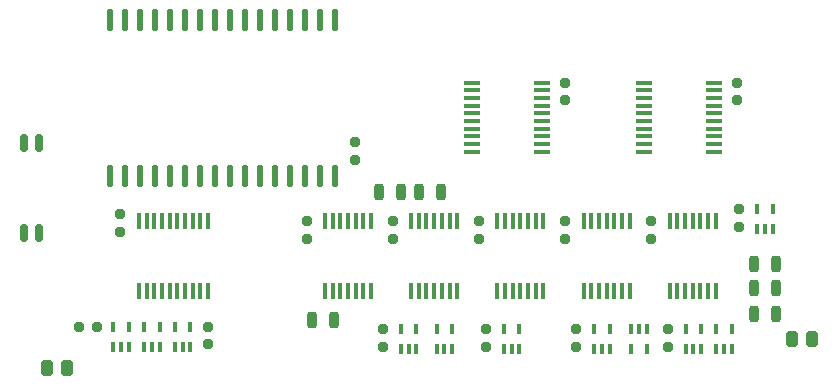
<source format=gtp>
G04 #@! TF.GenerationSoftware,KiCad,Pcbnew,7.0.1-0*
G04 #@! TF.CreationDate,2024-01-06T07:24:35-05:00*
G04 #@! TF.ProjectId,RAM128,52414d31-3238-42e6-9b69-6361645f7063,1.2*
G04 #@! TF.SameCoordinates,Original*
G04 #@! TF.FileFunction,Paste,Top*
G04 #@! TF.FilePolarity,Positive*
%FSLAX46Y46*%
G04 Gerber Fmt 4.6, Leading zero omitted, Abs format (unit mm)*
G04 Created by KiCad (PCBNEW 7.0.1-0) date 2024-01-06 07:24:35*
%MOMM*%
%LPD*%
G01*
G04 APERTURE LIST*
G04 Aperture macros list*
%AMRoundRect*
0 Rectangle with rounded corners*
0 $1 Rounding radius*
0 $2 $3 $4 $5 $6 $7 $8 $9 X,Y pos of 4 corners*
0 Add a 4 corners polygon primitive as box body*
4,1,4,$2,$3,$4,$5,$6,$7,$8,$9,$2,$3,0*
0 Add four circle primitives for the rounded corners*
1,1,$1+$1,$2,$3*
1,1,$1+$1,$4,$5*
1,1,$1+$1,$6,$7*
1,1,$1+$1,$8,$9*
0 Add four rect primitives between the rounded corners*
20,1,$1+$1,$2,$3,$4,$5,0*
20,1,$1+$1,$4,$5,$6,$7,0*
20,1,$1+$1,$6,$7,$8,$9,0*
20,1,$1+$1,$8,$9,$2,$3,0*%
G04 Aperture macros list end*
%ADD10RoundRect,0.237500X0.262500X0.437500X-0.262500X0.437500X-0.262500X-0.437500X0.262500X-0.437500X0*%
%ADD11RoundRect,0.172500X-0.262500X0.212500X-0.262500X-0.212500X0.262500X-0.212500X0.262500X0.212500X0*%
%ADD12RoundRect,0.187500X0.212500X0.487500X-0.212500X0.487500X-0.212500X-0.487500X0.212500X-0.487500X0*%
%ADD13RoundRect,0.060000X-0.100000X0.400000X-0.100000X-0.400000X0.100000X-0.400000X0.100000X0.400000X0*%
%ADD14RoundRect,0.072500X-0.612500X-0.112500X0.612500X-0.112500X0.612500X0.112500X-0.612500X0.112500X0*%
%ADD15RoundRect,0.060000X0.100000X-0.400000X0.100000X0.400000X-0.100000X0.400000X-0.100000X-0.400000X0*%
%ADD16RoundRect,0.172500X0.212500X0.262500X-0.212500X0.262500X-0.212500X-0.262500X0.212500X-0.262500X0*%
%ADD17RoundRect,0.072500X0.112500X-0.612500X0.112500X0.612500X-0.112500X0.612500X-0.112500X-0.612500X0*%
%ADD18RoundRect,0.125000X-0.150000X0.802500X-0.150000X-0.802500X0.150000X-0.802500X0.150000X0.802500X0*%
%ADD19RoundRect,0.187500X-0.212500X-0.487500X0.212500X-0.487500X0.212500X0.487500X-0.212500X0.487500X0*%
%ADD20RoundRect,0.165000X0.190000X-0.572000X0.190000X0.572000X-0.190000X0.572000X-0.190000X-0.572000X0*%
%ADD21RoundRect,0.172500X0.262500X-0.212500X0.262500X0.212500X-0.262500X0.212500X-0.262500X-0.212500X0*%
G04 APERTURE END LIST*
D10*
X137160000Y-127889000D03*
X135460000Y-127889000D03*
D11*
X109600000Y-127000000D03*
X109600000Y-128500000D03*
D12*
X134150000Y-123500000D03*
X132250000Y-123500000D03*
D13*
X123200000Y-127000000D03*
X122550000Y-127000000D03*
X121900000Y-127000000D03*
X121900000Y-128700000D03*
X123200000Y-128700000D03*
D14*
X123000000Y-106150000D03*
X123000000Y-106800000D03*
X123000000Y-107450000D03*
X123000000Y-108100000D03*
X123000000Y-108750000D03*
X123000000Y-109400000D03*
X123000000Y-110050000D03*
X123000000Y-110700000D03*
X123000000Y-111350000D03*
X123000000Y-112000000D03*
X128900000Y-112000000D03*
X128900000Y-111350000D03*
X128900000Y-110700000D03*
X128900000Y-110050000D03*
X128900000Y-109400000D03*
X128900000Y-108750000D03*
X128900000Y-108100000D03*
X128900000Y-107450000D03*
X128900000Y-106800000D03*
X128900000Y-106150000D03*
D15*
X126500000Y-128700000D03*
X127150000Y-128700000D03*
X127800000Y-128700000D03*
X127800000Y-127000000D03*
X126500000Y-127000000D03*
X78050000Y-128500000D03*
X78700000Y-128500000D03*
X79350000Y-128500000D03*
X79350000Y-126800000D03*
X78050000Y-126800000D03*
D11*
X117250000Y-127000000D03*
X117250000Y-128500000D03*
D15*
X111100000Y-128700000D03*
X111750000Y-128700000D03*
X112400000Y-128700000D03*
X112400000Y-127000000D03*
X111100000Y-127000000D03*
X118750000Y-128700000D03*
X119400000Y-128700000D03*
X120050000Y-128700000D03*
X120050000Y-127000000D03*
X118750000Y-127000000D03*
D16*
X76650000Y-126800000D03*
X75150000Y-126800000D03*
D15*
X129100000Y-128700000D03*
X129750000Y-128700000D03*
X130400000Y-128700000D03*
X130400000Y-127000000D03*
X129100000Y-127000000D03*
D17*
X95950000Y-123800000D03*
X96600000Y-123800000D03*
X97250000Y-123800000D03*
X97900000Y-123800000D03*
X98550000Y-123800000D03*
X99200000Y-123800000D03*
X99850000Y-123800000D03*
X99850000Y-117900000D03*
X99200000Y-117900000D03*
X98550000Y-117900000D03*
X97900000Y-117900000D03*
X97250000Y-117900000D03*
X96600000Y-117900000D03*
X95950000Y-117900000D03*
X125150000Y-123800000D03*
X125800000Y-123800000D03*
X126450000Y-123800000D03*
X127100000Y-123800000D03*
X127750000Y-123800000D03*
X128400000Y-123800000D03*
X129050000Y-123800000D03*
X129050000Y-117900000D03*
X128400000Y-117900000D03*
X127750000Y-117900000D03*
X127100000Y-117900000D03*
X126450000Y-117900000D03*
X125800000Y-117900000D03*
X125150000Y-117900000D03*
D11*
X116300000Y-117900000D03*
X116300000Y-119400000D03*
D17*
X117850000Y-123800000D03*
X118500000Y-123800000D03*
X119150000Y-123800000D03*
X119800000Y-123800000D03*
X120450000Y-123800000D03*
X121100000Y-123800000D03*
X121750000Y-123800000D03*
X121750000Y-117900000D03*
X121100000Y-117900000D03*
X120450000Y-117900000D03*
X119800000Y-117900000D03*
X119150000Y-117900000D03*
X118500000Y-117900000D03*
X117850000Y-117900000D03*
D11*
X94400000Y-117900000D03*
X94400000Y-119400000D03*
D17*
X110550000Y-123800000D03*
X111200000Y-123800000D03*
X111850000Y-123800000D03*
X112500000Y-123800000D03*
X113150000Y-123800000D03*
X113800000Y-123800000D03*
X114450000Y-123800000D03*
X114450000Y-117900000D03*
X113800000Y-117900000D03*
X113150000Y-117900000D03*
X112500000Y-117900000D03*
X111850000Y-117900000D03*
X111200000Y-117900000D03*
X110550000Y-117900000D03*
D11*
X101700000Y-117900000D03*
X101700000Y-119400000D03*
D17*
X103250000Y-123800000D03*
X103900000Y-123800000D03*
X104550000Y-123800000D03*
X105200000Y-123800000D03*
X105850000Y-123800000D03*
X106500000Y-123800000D03*
X107150000Y-123800000D03*
X107150000Y-117900000D03*
X106500000Y-117900000D03*
X105850000Y-117900000D03*
X105200000Y-117900000D03*
X104550000Y-117900000D03*
X103900000Y-117900000D03*
X103250000Y-117900000D03*
D11*
X123600000Y-117900000D03*
X123600000Y-119400000D03*
X109000000Y-117900000D03*
X109000000Y-119400000D03*
X125000000Y-127000000D03*
X125000000Y-128500000D03*
D18*
X96774000Y-100838000D03*
X95504000Y-100838000D03*
X94234000Y-100838000D03*
X92964000Y-100838000D03*
X91694000Y-100838000D03*
X90424000Y-100838000D03*
X89154000Y-100838000D03*
X87884000Y-100838000D03*
X86614000Y-100838000D03*
X85344000Y-100838000D03*
X84074000Y-100838000D03*
X82804000Y-100838000D03*
X81534000Y-100838000D03*
X80264000Y-100838000D03*
X78994000Y-100838000D03*
X77724000Y-100838000D03*
X77724000Y-114046000D03*
X78994000Y-114046000D03*
X80264000Y-114046000D03*
X81534000Y-114046000D03*
X82804000Y-114046000D03*
X84074000Y-114046000D03*
X85344000Y-114046000D03*
X86614000Y-114046000D03*
X87884000Y-114046000D03*
X89154000Y-114046000D03*
X90424000Y-114046000D03*
X91694000Y-114046000D03*
X92964000Y-114046000D03*
X94234000Y-114046000D03*
X95504000Y-114046000D03*
X96774000Y-114046000D03*
D19*
X100500000Y-115450000D03*
X102400000Y-115450000D03*
D14*
X108400000Y-106150000D03*
X108400000Y-106800000D03*
X108400000Y-107450000D03*
X108400000Y-108100000D03*
X108400000Y-108750000D03*
X108400000Y-109400000D03*
X108400000Y-110050000D03*
X108400000Y-110700000D03*
X108400000Y-111350000D03*
X108400000Y-112000000D03*
X114300000Y-112000000D03*
X114300000Y-111350000D03*
X114300000Y-110700000D03*
X114300000Y-110050000D03*
X114300000Y-109400000D03*
X114300000Y-108750000D03*
X114300000Y-108100000D03*
X114300000Y-107450000D03*
X114300000Y-106800000D03*
X114300000Y-106150000D03*
D11*
X116250000Y-106150000D03*
X116250000Y-107650000D03*
X130850000Y-106150000D03*
X130850000Y-107650000D03*
D17*
X80200000Y-123800000D03*
X80850000Y-123800000D03*
X81500000Y-123800000D03*
X82150000Y-123800000D03*
X82800000Y-123800000D03*
X83450000Y-123800000D03*
X84100000Y-123800000D03*
X84750000Y-123800000D03*
X85400000Y-123800000D03*
X86050000Y-123800000D03*
X86050000Y-117900000D03*
X85400000Y-117900000D03*
X84750000Y-117900000D03*
X84100000Y-117900000D03*
X83450000Y-117900000D03*
X82800000Y-117900000D03*
X82150000Y-117900000D03*
X81500000Y-117900000D03*
X80850000Y-117900000D03*
X80200000Y-117900000D03*
D10*
X74150000Y-130300000D03*
X72450000Y-130300000D03*
D15*
X80650000Y-128500000D03*
X81300000Y-128500000D03*
X81950000Y-128500000D03*
X81950000Y-126800000D03*
X80650000Y-126800000D03*
X83250000Y-128500000D03*
X83900000Y-128500000D03*
X84550000Y-128500000D03*
X84550000Y-126800000D03*
X83250000Y-126800000D03*
D11*
X86050000Y-126800000D03*
X86050000Y-128300000D03*
X78600000Y-117300000D03*
X78600000Y-118800000D03*
D15*
X132550000Y-118550000D03*
X133200000Y-118550000D03*
X133850000Y-118550000D03*
X133850000Y-116850000D03*
X132550000Y-116850000D03*
D11*
X131050000Y-116850000D03*
X131050000Y-118350000D03*
D12*
X134150000Y-125700000D03*
X132250000Y-125700000D03*
X105800000Y-115450000D03*
X103900000Y-115450000D03*
D19*
X132250000Y-121500000D03*
X134150000Y-121500000D03*
D20*
X70485000Y-118872000D03*
X71755000Y-118872000D03*
X71755000Y-111252000D03*
X70485000Y-111252000D03*
D11*
X100900000Y-127000000D03*
X100900000Y-128500000D03*
D15*
X105400000Y-128700000D03*
X106050000Y-128700000D03*
X106700000Y-128700000D03*
X106700000Y-127000000D03*
X105400000Y-127000000D03*
D21*
X98500000Y-112700000D03*
X98500000Y-111200000D03*
D15*
X102400000Y-128700000D03*
X103050000Y-128700000D03*
X103700000Y-128700000D03*
X103700000Y-127000000D03*
X102400000Y-127000000D03*
D12*
X96750000Y-126250000D03*
X94850000Y-126250000D03*
M02*

</source>
